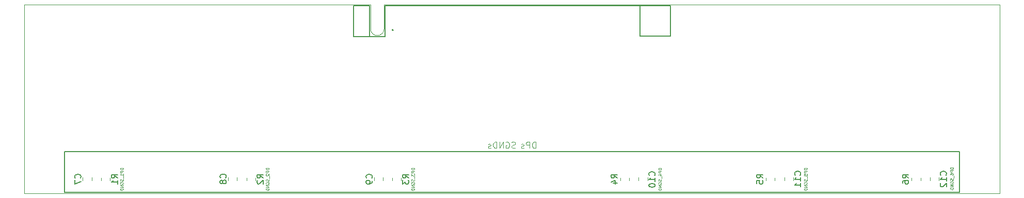
<source format=gbr>
%TF.GenerationSoftware,KiCad,Pcbnew,(7.0.0)*%
%TF.CreationDate,2023-07-13T12:17:45+02:00*%
%TF.ProjectId,RD53B_Quad_6DP_to_ERF8_Data_Adapter,52443533-425f-4517-9561-645f3644505f,V1*%
%TF.SameCoordinates,PX1767f18PY451e560*%
%TF.FileFunction,Legend,Bot*%
%TF.FilePolarity,Positive*%
%FSLAX46Y46*%
G04 Gerber Fmt 4.6, Leading zero omitted, Abs format (unit mm)*
G04 Created by KiCad (PCBNEW (7.0.0)) date 2023-07-13 12:17:45*
%MOMM*%
%LPD*%
G01*
G04 APERTURE LIST*
%ADD10C,0.150000*%
%ADD11C,0.125000*%
%ADD12C,0.200000*%
%ADD13C,0.120000*%
%TA.AperFunction,Profile*%
%ADD14C,0.010000*%
%TD*%
G04 APERTURE END LIST*
D10*
X6594000Y6883000D02*
X153369000Y6883000D01*
X153369000Y6883000D02*
X153369000Y165000D01*
X153369000Y165000D02*
X6594000Y165000D01*
X6594000Y165000D02*
X6594000Y6883000D01*
D11*
X152371690Y4254524D02*
X151871690Y4254524D01*
X151871690Y4254524D02*
X151871690Y4135476D01*
X151871690Y4135476D02*
X151895500Y4064048D01*
X151895500Y4064048D02*
X151943119Y4016429D01*
X151943119Y4016429D02*
X151990738Y3992619D01*
X151990738Y3992619D02*
X152085976Y3968810D01*
X152085976Y3968810D02*
X152157404Y3968810D01*
X152157404Y3968810D02*
X152252642Y3992619D01*
X152252642Y3992619D02*
X152300261Y4016429D01*
X152300261Y4016429D02*
X152347880Y4064048D01*
X152347880Y4064048D02*
X152371690Y4135476D01*
X152371690Y4135476D02*
X152371690Y4254524D01*
X152371690Y3754524D02*
X151871690Y3754524D01*
X151871690Y3754524D02*
X151871690Y3564048D01*
X151871690Y3564048D02*
X151895500Y3516429D01*
X151895500Y3516429D02*
X151919309Y3492619D01*
X151919309Y3492619D02*
X151966928Y3468810D01*
X151966928Y3468810D02*
X152038357Y3468810D01*
X152038357Y3468810D02*
X152085976Y3492619D01*
X152085976Y3492619D02*
X152109785Y3516429D01*
X152109785Y3516429D02*
X152133595Y3564048D01*
X152133595Y3564048D02*
X152133595Y3754524D01*
X151871690Y3040238D02*
X151871690Y3135476D01*
X151871690Y3135476D02*
X151895500Y3183095D01*
X151895500Y3183095D02*
X151919309Y3206905D01*
X151919309Y3206905D02*
X151990738Y3254524D01*
X151990738Y3254524D02*
X152085976Y3278333D01*
X152085976Y3278333D02*
X152276452Y3278333D01*
X152276452Y3278333D02*
X152324071Y3254524D01*
X152324071Y3254524D02*
X152347880Y3230714D01*
X152347880Y3230714D02*
X152371690Y3183095D01*
X152371690Y3183095D02*
X152371690Y3087857D01*
X152371690Y3087857D02*
X152347880Y3040238D01*
X152347880Y3040238D02*
X152324071Y3016429D01*
X152324071Y3016429D02*
X152276452Y2992619D01*
X152276452Y2992619D02*
X152157404Y2992619D01*
X152157404Y2992619D02*
X152109785Y3016429D01*
X152109785Y3016429D02*
X152085976Y3040238D01*
X152085976Y3040238D02*
X152062166Y3087857D01*
X152062166Y3087857D02*
X152062166Y3183095D01*
X152062166Y3183095D02*
X152085976Y3230714D01*
X152085976Y3230714D02*
X152109785Y3254524D01*
X152109785Y3254524D02*
X152157404Y3278333D01*
X152419309Y2897381D02*
X152419309Y2516429D01*
X152347880Y2421191D02*
X152371690Y2349763D01*
X152371690Y2349763D02*
X152371690Y2230715D01*
X152371690Y2230715D02*
X152347880Y2183096D01*
X152347880Y2183096D02*
X152324071Y2159287D01*
X152324071Y2159287D02*
X152276452Y2135477D01*
X152276452Y2135477D02*
X152228833Y2135477D01*
X152228833Y2135477D02*
X152181214Y2159287D01*
X152181214Y2159287D02*
X152157404Y2183096D01*
X152157404Y2183096D02*
X152133595Y2230715D01*
X152133595Y2230715D02*
X152109785Y2325953D01*
X152109785Y2325953D02*
X152085976Y2373572D01*
X152085976Y2373572D02*
X152062166Y2397382D01*
X152062166Y2397382D02*
X152014547Y2421191D01*
X152014547Y2421191D02*
X151966928Y2421191D01*
X151966928Y2421191D02*
X151919309Y2397382D01*
X151919309Y2397382D02*
X151895500Y2373572D01*
X151895500Y2373572D02*
X151871690Y2325953D01*
X151871690Y2325953D02*
X151871690Y2206906D01*
X151871690Y2206906D02*
X151895500Y2135477D01*
X151895500Y1659287D02*
X151871690Y1706906D01*
X151871690Y1706906D02*
X151871690Y1778335D01*
X151871690Y1778335D02*
X151895500Y1849763D01*
X151895500Y1849763D02*
X151943119Y1897382D01*
X151943119Y1897382D02*
X151990738Y1921192D01*
X151990738Y1921192D02*
X152085976Y1945001D01*
X152085976Y1945001D02*
X152157404Y1945001D01*
X152157404Y1945001D02*
X152252642Y1921192D01*
X152252642Y1921192D02*
X152300261Y1897382D01*
X152300261Y1897382D02*
X152347880Y1849763D01*
X152347880Y1849763D02*
X152371690Y1778335D01*
X152371690Y1778335D02*
X152371690Y1730716D01*
X152371690Y1730716D02*
X152347880Y1659287D01*
X152347880Y1659287D02*
X152324071Y1635478D01*
X152324071Y1635478D02*
X152157404Y1635478D01*
X152157404Y1635478D02*
X152157404Y1730716D01*
X152371690Y1421192D02*
X151871690Y1421192D01*
X151871690Y1421192D02*
X152371690Y1135478D01*
X152371690Y1135478D02*
X151871690Y1135478D01*
X152371690Y897382D02*
X151871690Y897382D01*
X151871690Y897382D02*
X151871690Y778334D01*
X151871690Y778334D02*
X151895500Y706906D01*
X151895500Y706906D02*
X151943119Y659287D01*
X151943119Y659287D02*
X151990738Y635477D01*
X151990738Y635477D02*
X152085976Y611668D01*
X152085976Y611668D02*
X152157404Y611668D01*
X152157404Y611668D02*
X152252642Y635477D01*
X152252642Y635477D02*
X152300261Y659287D01*
X152300261Y659287D02*
X152347880Y706906D01*
X152347880Y706906D02*
X152371690Y778334D01*
X152371690Y778334D02*
X152371690Y897382D01*
X104491690Y4144524D02*
X103991690Y4144524D01*
X103991690Y4144524D02*
X103991690Y4025476D01*
X103991690Y4025476D02*
X104015500Y3954048D01*
X104015500Y3954048D02*
X104063119Y3906429D01*
X104063119Y3906429D02*
X104110738Y3882619D01*
X104110738Y3882619D02*
X104205976Y3858810D01*
X104205976Y3858810D02*
X104277404Y3858810D01*
X104277404Y3858810D02*
X104372642Y3882619D01*
X104372642Y3882619D02*
X104420261Y3906429D01*
X104420261Y3906429D02*
X104467880Y3954048D01*
X104467880Y3954048D02*
X104491690Y4025476D01*
X104491690Y4025476D02*
X104491690Y4144524D01*
X104491690Y3644524D02*
X103991690Y3644524D01*
X103991690Y3644524D02*
X103991690Y3454048D01*
X103991690Y3454048D02*
X104015500Y3406429D01*
X104015500Y3406429D02*
X104039309Y3382619D01*
X104039309Y3382619D02*
X104086928Y3358810D01*
X104086928Y3358810D02*
X104158357Y3358810D01*
X104158357Y3358810D02*
X104205976Y3382619D01*
X104205976Y3382619D02*
X104229785Y3406429D01*
X104229785Y3406429D02*
X104253595Y3454048D01*
X104253595Y3454048D02*
X104253595Y3644524D01*
X104158357Y2930238D02*
X104491690Y2930238D01*
X103967880Y3049286D02*
X104325023Y3168333D01*
X104325023Y3168333D02*
X104325023Y2858810D01*
X104539309Y2787381D02*
X104539309Y2406429D01*
X104467880Y2311191D02*
X104491690Y2239763D01*
X104491690Y2239763D02*
X104491690Y2120715D01*
X104491690Y2120715D02*
X104467880Y2073096D01*
X104467880Y2073096D02*
X104444071Y2049287D01*
X104444071Y2049287D02*
X104396452Y2025477D01*
X104396452Y2025477D02*
X104348833Y2025477D01*
X104348833Y2025477D02*
X104301214Y2049287D01*
X104301214Y2049287D02*
X104277404Y2073096D01*
X104277404Y2073096D02*
X104253595Y2120715D01*
X104253595Y2120715D02*
X104229785Y2215953D01*
X104229785Y2215953D02*
X104205976Y2263572D01*
X104205976Y2263572D02*
X104182166Y2287382D01*
X104182166Y2287382D02*
X104134547Y2311191D01*
X104134547Y2311191D02*
X104086928Y2311191D01*
X104086928Y2311191D02*
X104039309Y2287382D01*
X104039309Y2287382D02*
X104015500Y2263572D01*
X104015500Y2263572D02*
X103991690Y2215953D01*
X103991690Y2215953D02*
X103991690Y2096906D01*
X103991690Y2096906D02*
X104015500Y2025477D01*
X104015500Y1549287D02*
X103991690Y1596906D01*
X103991690Y1596906D02*
X103991690Y1668335D01*
X103991690Y1668335D02*
X104015500Y1739763D01*
X104015500Y1739763D02*
X104063119Y1787382D01*
X104063119Y1787382D02*
X104110738Y1811192D01*
X104110738Y1811192D02*
X104205976Y1835001D01*
X104205976Y1835001D02*
X104277404Y1835001D01*
X104277404Y1835001D02*
X104372642Y1811192D01*
X104372642Y1811192D02*
X104420261Y1787382D01*
X104420261Y1787382D02*
X104467880Y1739763D01*
X104467880Y1739763D02*
X104491690Y1668335D01*
X104491690Y1668335D02*
X104491690Y1620716D01*
X104491690Y1620716D02*
X104467880Y1549287D01*
X104467880Y1549287D02*
X104444071Y1525478D01*
X104444071Y1525478D02*
X104277404Y1525478D01*
X104277404Y1525478D02*
X104277404Y1620716D01*
X104491690Y1311192D02*
X103991690Y1311192D01*
X103991690Y1311192D02*
X104491690Y1025478D01*
X104491690Y1025478D02*
X103991690Y1025478D01*
X104491690Y787382D02*
X103991690Y787382D01*
X103991690Y787382D02*
X103991690Y668334D01*
X103991690Y668334D02*
X104015500Y596906D01*
X104015500Y596906D02*
X104063119Y549287D01*
X104063119Y549287D02*
X104110738Y525477D01*
X104110738Y525477D02*
X104205976Y501668D01*
X104205976Y501668D02*
X104277404Y501668D01*
X104277404Y501668D02*
X104372642Y525477D01*
X104372642Y525477D02*
X104420261Y549287D01*
X104420261Y549287D02*
X104467880Y596906D01*
X104467880Y596906D02*
X104491690Y668334D01*
X104491690Y668334D02*
X104491690Y787382D01*
X40131690Y4144524D02*
X39631690Y4144524D01*
X39631690Y4144524D02*
X39631690Y4025476D01*
X39631690Y4025476D02*
X39655500Y3954048D01*
X39655500Y3954048D02*
X39703119Y3906429D01*
X39703119Y3906429D02*
X39750738Y3882619D01*
X39750738Y3882619D02*
X39845976Y3858810D01*
X39845976Y3858810D02*
X39917404Y3858810D01*
X39917404Y3858810D02*
X40012642Y3882619D01*
X40012642Y3882619D02*
X40060261Y3906429D01*
X40060261Y3906429D02*
X40107880Y3954048D01*
X40107880Y3954048D02*
X40131690Y4025476D01*
X40131690Y4025476D02*
X40131690Y4144524D01*
X40131690Y3644524D02*
X39631690Y3644524D01*
X39631690Y3644524D02*
X39631690Y3454048D01*
X39631690Y3454048D02*
X39655500Y3406429D01*
X39655500Y3406429D02*
X39679309Y3382619D01*
X39679309Y3382619D02*
X39726928Y3358810D01*
X39726928Y3358810D02*
X39798357Y3358810D01*
X39798357Y3358810D02*
X39845976Y3382619D01*
X39845976Y3382619D02*
X39869785Y3406429D01*
X39869785Y3406429D02*
X39893595Y3454048D01*
X39893595Y3454048D02*
X39893595Y3644524D01*
X39679309Y3168333D02*
X39655500Y3144524D01*
X39655500Y3144524D02*
X39631690Y3096905D01*
X39631690Y3096905D02*
X39631690Y2977857D01*
X39631690Y2977857D02*
X39655500Y2930238D01*
X39655500Y2930238D02*
X39679309Y2906429D01*
X39679309Y2906429D02*
X39726928Y2882619D01*
X39726928Y2882619D02*
X39774547Y2882619D01*
X39774547Y2882619D02*
X39845976Y2906429D01*
X39845976Y2906429D02*
X40131690Y3192143D01*
X40131690Y3192143D02*
X40131690Y2882619D01*
X40179309Y2787381D02*
X40179309Y2406429D01*
X40107880Y2311191D02*
X40131690Y2239763D01*
X40131690Y2239763D02*
X40131690Y2120715D01*
X40131690Y2120715D02*
X40107880Y2073096D01*
X40107880Y2073096D02*
X40084071Y2049287D01*
X40084071Y2049287D02*
X40036452Y2025477D01*
X40036452Y2025477D02*
X39988833Y2025477D01*
X39988833Y2025477D02*
X39941214Y2049287D01*
X39941214Y2049287D02*
X39917404Y2073096D01*
X39917404Y2073096D02*
X39893595Y2120715D01*
X39893595Y2120715D02*
X39869785Y2215953D01*
X39869785Y2215953D02*
X39845976Y2263572D01*
X39845976Y2263572D02*
X39822166Y2287382D01*
X39822166Y2287382D02*
X39774547Y2311191D01*
X39774547Y2311191D02*
X39726928Y2311191D01*
X39726928Y2311191D02*
X39679309Y2287382D01*
X39679309Y2287382D02*
X39655500Y2263572D01*
X39655500Y2263572D02*
X39631690Y2215953D01*
X39631690Y2215953D02*
X39631690Y2096906D01*
X39631690Y2096906D02*
X39655500Y2025477D01*
X39655500Y1549287D02*
X39631690Y1596906D01*
X39631690Y1596906D02*
X39631690Y1668335D01*
X39631690Y1668335D02*
X39655500Y1739763D01*
X39655500Y1739763D02*
X39703119Y1787382D01*
X39703119Y1787382D02*
X39750738Y1811192D01*
X39750738Y1811192D02*
X39845976Y1835001D01*
X39845976Y1835001D02*
X39917404Y1835001D01*
X39917404Y1835001D02*
X40012642Y1811192D01*
X40012642Y1811192D02*
X40060261Y1787382D01*
X40060261Y1787382D02*
X40107880Y1739763D01*
X40107880Y1739763D02*
X40131690Y1668335D01*
X40131690Y1668335D02*
X40131690Y1620716D01*
X40131690Y1620716D02*
X40107880Y1549287D01*
X40107880Y1549287D02*
X40084071Y1525478D01*
X40084071Y1525478D02*
X39917404Y1525478D01*
X39917404Y1525478D02*
X39917404Y1620716D01*
X40131690Y1311192D02*
X39631690Y1311192D01*
X39631690Y1311192D02*
X40131690Y1025478D01*
X40131690Y1025478D02*
X39631690Y1025478D01*
X40131690Y787382D02*
X39631690Y787382D01*
X39631690Y787382D02*
X39631690Y668334D01*
X39631690Y668334D02*
X39655500Y596906D01*
X39655500Y596906D02*
X39703119Y549287D01*
X39703119Y549287D02*
X39750738Y525477D01*
X39750738Y525477D02*
X39845976Y501668D01*
X39845976Y501668D02*
X39917404Y501668D01*
X39917404Y501668D02*
X40012642Y525477D01*
X40012642Y525477D02*
X40060261Y549287D01*
X40060261Y549287D02*
X40107880Y596906D01*
X40107880Y596906D02*
X40131690Y668334D01*
X40131690Y668334D02*
X40131690Y787382D01*
X83869428Y7427620D02*
X83869428Y8427620D01*
X83869428Y8427620D02*
X83631333Y8427620D01*
X83631333Y8427620D02*
X83488476Y8380000D01*
X83488476Y8380000D02*
X83393238Y8284762D01*
X83393238Y8284762D02*
X83345619Y8189524D01*
X83345619Y8189524D02*
X83298000Y7999048D01*
X83298000Y7999048D02*
X83298000Y7856191D01*
X83298000Y7856191D02*
X83345619Y7665715D01*
X83345619Y7665715D02*
X83393238Y7570477D01*
X83393238Y7570477D02*
X83488476Y7475239D01*
X83488476Y7475239D02*
X83631333Y7427620D01*
X83631333Y7427620D02*
X83869428Y7427620D01*
X82869428Y7427620D02*
X82869428Y8427620D01*
X82869428Y8427620D02*
X82488476Y8427620D01*
X82488476Y8427620D02*
X82393238Y8380000D01*
X82393238Y8380000D02*
X82345619Y8332381D01*
X82345619Y8332381D02*
X82298000Y8237143D01*
X82298000Y8237143D02*
X82298000Y8094286D01*
X82298000Y8094286D02*
X82345619Y7999048D01*
X82345619Y7999048D02*
X82393238Y7951429D01*
X82393238Y7951429D02*
X82488476Y7903810D01*
X82488476Y7903810D02*
X82869428Y7903810D01*
X81917047Y7475239D02*
X81821809Y7427620D01*
X81821809Y7427620D02*
X81631333Y7427620D01*
X81631333Y7427620D02*
X81536095Y7475239D01*
X81536095Y7475239D02*
X81488476Y7570477D01*
X81488476Y7570477D02*
X81488476Y7618096D01*
X81488476Y7618096D02*
X81536095Y7713334D01*
X81536095Y7713334D02*
X81631333Y7760953D01*
X81631333Y7760953D02*
X81774190Y7760953D01*
X81774190Y7760953D02*
X81869428Y7808572D01*
X81869428Y7808572D02*
X81917047Y7903810D01*
X81917047Y7903810D02*
X81917047Y7951429D01*
X81917047Y7951429D02*
X81869428Y8046667D01*
X81869428Y8046667D02*
X81774190Y8094286D01*
X81774190Y8094286D02*
X81631333Y8094286D01*
X81631333Y8094286D02*
X81536095Y8046667D01*
X80507523Y7475239D02*
X80364666Y7427620D01*
X80364666Y7427620D02*
X80126571Y7427620D01*
X80126571Y7427620D02*
X80031333Y7475239D01*
X80031333Y7475239D02*
X79983714Y7522858D01*
X79983714Y7522858D02*
X79936095Y7618096D01*
X79936095Y7618096D02*
X79936095Y7713334D01*
X79936095Y7713334D02*
X79983714Y7808572D01*
X79983714Y7808572D02*
X80031333Y7856191D01*
X80031333Y7856191D02*
X80126571Y7903810D01*
X80126571Y7903810D02*
X80317047Y7951429D01*
X80317047Y7951429D02*
X80412285Y7999048D01*
X80412285Y7999048D02*
X80459904Y8046667D01*
X80459904Y8046667D02*
X80507523Y8141905D01*
X80507523Y8141905D02*
X80507523Y8237143D01*
X80507523Y8237143D02*
X80459904Y8332381D01*
X80459904Y8332381D02*
X80412285Y8380000D01*
X80412285Y8380000D02*
X80317047Y8427620D01*
X80317047Y8427620D02*
X80078952Y8427620D01*
X80078952Y8427620D02*
X79936095Y8380000D01*
X78983714Y8380000D02*
X79078952Y8427620D01*
X79078952Y8427620D02*
X79221809Y8427620D01*
X79221809Y8427620D02*
X79364666Y8380000D01*
X79364666Y8380000D02*
X79459904Y8284762D01*
X79459904Y8284762D02*
X79507523Y8189524D01*
X79507523Y8189524D02*
X79555142Y7999048D01*
X79555142Y7999048D02*
X79555142Y7856191D01*
X79555142Y7856191D02*
X79507523Y7665715D01*
X79507523Y7665715D02*
X79459904Y7570477D01*
X79459904Y7570477D02*
X79364666Y7475239D01*
X79364666Y7475239D02*
X79221809Y7427620D01*
X79221809Y7427620D02*
X79126571Y7427620D01*
X79126571Y7427620D02*
X78983714Y7475239D01*
X78983714Y7475239D02*
X78936095Y7522858D01*
X78936095Y7522858D02*
X78936095Y7856191D01*
X78936095Y7856191D02*
X79126571Y7856191D01*
X78507523Y7427620D02*
X78507523Y8427620D01*
X78507523Y8427620D02*
X77936095Y7427620D01*
X77936095Y7427620D02*
X77936095Y8427620D01*
X77459904Y7427620D02*
X77459904Y8427620D01*
X77459904Y8427620D02*
X77221809Y8427620D01*
X77221809Y8427620D02*
X77078952Y8380000D01*
X77078952Y8380000D02*
X76983714Y8284762D01*
X76983714Y8284762D02*
X76936095Y8189524D01*
X76936095Y8189524D02*
X76888476Y7999048D01*
X76888476Y7999048D02*
X76888476Y7856191D01*
X76888476Y7856191D02*
X76936095Y7665715D01*
X76936095Y7665715D02*
X76983714Y7570477D01*
X76983714Y7570477D02*
X77078952Y7475239D01*
X77078952Y7475239D02*
X77221809Y7427620D01*
X77221809Y7427620D02*
X77459904Y7427620D01*
X76507523Y7475239D02*
X76412285Y7427620D01*
X76412285Y7427620D02*
X76221809Y7427620D01*
X76221809Y7427620D02*
X76126571Y7475239D01*
X76126571Y7475239D02*
X76078952Y7570477D01*
X76078952Y7570477D02*
X76078952Y7618096D01*
X76078952Y7618096D02*
X76126571Y7713334D01*
X76126571Y7713334D02*
X76221809Y7760953D01*
X76221809Y7760953D02*
X76364666Y7760953D01*
X76364666Y7760953D02*
X76459904Y7808572D01*
X76459904Y7808572D02*
X76507523Y7903810D01*
X76507523Y7903810D02*
X76507523Y7951429D01*
X76507523Y7951429D02*
X76459904Y8046667D01*
X76459904Y8046667D02*
X76364666Y8094286D01*
X76364666Y8094286D02*
X76221809Y8094286D01*
X76221809Y8094286D02*
X76126571Y8046667D01*
X63961690Y4144524D02*
X63461690Y4144524D01*
X63461690Y4144524D02*
X63461690Y4025476D01*
X63461690Y4025476D02*
X63485500Y3954048D01*
X63485500Y3954048D02*
X63533119Y3906429D01*
X63533119Y3906429D02*
X63580738Y3882619D01*
X63580738Y3882619D02*
X63675976Y3858810D01*
X63675976Y3858810D02*
X63747404Y3858810D01*
X63747404Y3858810D02*
X63842642Y3882619D01*
X63842642Y3882619D02*
X63890261Y3906429D01*
X63890261Y3906429D02*
X63937880Y3954048D01*
X63937880Y3954048D02*
X63961690Y4025476D01*
X63961690Y4025476D02*
X63961690Y4144524D01*
X63961690Y3644524D02*
X63461690Y3644524D01*
X63461690Y3644524D02*
X63461690Y3454048D01*
X63461690Y3454048D02*
X63485500Y3406429D01*
X63485500Y3406429D02*
X63509309Y3382619D01*
X63509309Y3382619D02*
X63556928Y3358810D01*
X63556928Y3358810D02*
X63628357Y3358810D01*
X63628357Y3358810D02*
X63675976Y3382619D01*
X63675976Y3382619D02*
X63699785Y3406429D01*
X63699785Y3406429D02*
X63723595Y3454048D01*
X63723595Y3454048D02*
X63723595Y3644524D01*
X63461690Y3192143D02*
X63461690Y2882619D01*
X63461690Y2882619D02*
X63652166Y3049286D01*
X63652166Y3049286D02*
X63652166Y2977857D01*
X63652166Y2977857D02*
X63675976Y2930238D01*
X63675976Y2930238D02*
X63699785Y2906429D01*
X63699785Y2906429D02*
X63747404Y2882619D01*
X63747404Y2882619D02*
X63866452Y2882619D01*
X63866452Y2882619D02*
X63914071Y2906429D01*
X63914071Y2906429D02*
X63937880Y2930238D01*
X63937880Y2930238D02*
X63961690Y2977857D01*
X63961690Y2977857D02*
X63961690Y3120714D01*
X63961690Y3120714D02*
X63937880Y3168333D01*
X63937880Y3168333D02*
X63914071Y3192143D01*
X64009309Y2787381D02*
X64009309Y2406429D01*
X63937880Y2311191D02*
X63961690Y2239763D01*
X63961690Y2239763D02*
X63961690Y2120715D01*
X63961690Y2120715D02*
X63937880Y2073096D01*
X63937880Y2073096D02*
X63914071Y2049287D01*
X63914071Y2049287D02*
X63866452Y2025477D01*
X63866452Y2025477D02*
X63818833Y2025477D01*
X63818833Y2025477D02*
X63771214Y2049287D01*
X63771214Y2049287D02*
X63747404Y2073096D01*
X63747404Y2073096D02*
X63723595Y2120715D01*
X63723595Y2120715D02*
X63699785Y2215953D01*
X63699785Y2215953D02*
X63675976Y2263572D01*
X63675976Y2263572D02*
X63652166Y2287382D01*
X63652166Y2287382D02*
X63604547Y2311191D01*
X63604547Y2311191D02*
X63556928Y2311191D01*
X63556928Y2311191D02*
X63509309Y2287382D01*
X63509309Y2287382D02*
X63485500Y2263572D01*
X63485500Y2263572D02*
X63461690Y2215953D01*
X63461690Y2215953D02*
X63461690Y2096906D01*
X63461690Y2096906D02*
X63485500Y2025477D01*
X63485500Y1549287D02*
X63461690Y1596906D01*
X63461690Y1596906D02*
X63461690Y1668335D01*
X63461690Y1668335D02*
X63485500Y1739763D01*
X63485500Y1739763D02*
X63533119Y1787382D01*
X63533119Y1787382D02*
X63580738Y1811192D01*
X63580738Y1811192D02*
X63675976Y1835001D01*
X63675976Y1835001D02*
X63747404Y1835001D01*
X63747404Y1835001D02*
X63842642Y1811192D01*
X63842642Y1811192D02*
X63890261Y1787382D01*
X63890261Y1787382D02*
X63937880Y1739763D01*
X63937880Y1739763D02*
X63961690Y1668335D01*
X63961690Y1668335D02*
X63961690Y1620716D01*
X63961690Y1620716D02*
X63937880Y1549287D01*
X63937880Y1549287D02*
X63914071Y1525478D01*
X63914071Y1525478D02*
X63747404Y1525478D01*
X63747404Y1525478D02*
X63747404Y1620716D01*
X63961690Y1311192D02*
X63461690Y1311192D01*
X63461690Y1311192D02*
X63961690Y1025478D01*
X63961690Y1025478D02*
X63461690Y1025478D01*
X63961690Y787382D02*
X63461690Y787382D01*
X63461690Y787382D02*
X63461690Y668334D01*
X63461690Y668334D02*
X63485500Y596906D01*
X63485500Y596906D02*
X63533119Y549287D01*
X63533119Y549287D02*
X63580738Y525477D01*
X63580738Y525477D02*
X63675976Y501668D01*
X63675976Y501668D02*
X63747404Y501668D01*
X63747404Y501668D02*
X63842642Y525477D01*
X63842642Y525477D02*
X63890261Y549287D01*
X63890261Y549287D02*
X63937880Y596906D01*
X63937880Y596906D02*
X63961690Y668334D01*
X63961690Y668334D02*
X63961690Y787382D01*
X16201690Y4144524D02*
X15701690Y4144524D01*
X15701690Y4144524D02*
X15701690Y4025476D01*
X15701690Y4025476D02*
X15725500Y3954048D01*
X15725500Y3954048D02*
X15773119Y3906429D01*
X15773119Y3906429D02*
X15820738Y3882619D01*
X15820738Y3882619D02*
X15915976Y3858810D01*
X15915976Y3858810D02*
X15987404Y3858810D01*
X15987404Y3858810D02*
X16082642Y3882619D01*
X16082642Y3882619D02*
X16130261Y3906429D01*
X16130261Y3906429D02*
X16177880Y3954048D01*
X16177880Y3954048D02*
X16201690Y4025476D01*
X16201690Y4025476D02*
X16201690Y4144524D01*
X16201690Y3644524D02*
X15701690Y3644524D01*
X15701690Y3644524D02*
X15701690Y3454048D01*
X15701690Y3454048D02*
X15725500Y3406429D01*
X15725500Y3406429D02*
X15749309Y3382619D01*
X15749309Y3382619D02*
X15796928Y3358810D01*
X15796928Y3358810D02*
X15868357Y3358810D01*
X15868357Y3358810D02*
X15915976Y3382619D01*
X15915976Y3382619D02*
X15939785Y3406429D01*
X15939785Y3406429D02*
X15963595Y3454048D01*
X15963595Y3454048D02*
X15963595Y3644524D01*
X16201690Y2882619D02*
X16201690Y3168333D01*
X16201690Y3025476D02*
X15701690Y3025476D01*
X15701690Y3025476D02*
X15773119Y3073095D01*
X15773119Y3073095D02*
X15820738Y3120714D01*
X15820738Y3120714D02*
X15844547Y3168333D01*
X16249309Y2787381D02*
X16249309Y2406429D01*
X16177880Y2311191D02*
X16201690Y2239763D01*
X16201690Y2239763D02*
X16201690Y2120715D01*
X16201690Y2120715D02*
X16177880Y2073096D01*
X16177880Y2073096D02*
X16154071Y2049287D01*
X16154071Y2049287D02*
X16106452Y2025477D01*
X16106452Y2025477D02*
X16058833Y2025477D01*
X16058833Y2025477D02*
X16011214Y2049287D01*
X16011214Y2049287D02*
X15987404Y2073096D01*
X15987404Y2073096D02*
X15963595Y2120715D01*
X15963595Y2120715D02*
X15939785Y2215953D01*
X15939785Y2215953D02*
X15915976Y2263572D01*
X15915976Y2263572D02*
X15892166Y2287382D01*
X15892166Y2287382D02*
X15844547Y2311191D01*
X15844547Y2311191D02*
X15796928Y2311191D01*
X15796928Y2311191D02*
X15749309Y2287382D01*
X15749309Y2287382D02*
X15725500Y2263572D01*
X15725500Y2263572D02*
X15701690Y2215953D01*
X15701690Y2215953D02*
X15701690Y2096906D01*
X15701690Y2096906D02*
X15725500Y2025477D01*
X15725500Y1549287D02*
X15701690Y1596906D01*
X15701690Y1596906D02*
X15701690Y1668335D01*
X15701690Y1668335D02*
X15725500Y1739763D01*
X15725500Y1739763D02*
X15773119Y1787382D01*
X15773119Y1787382D02*
X15820738Y1811192D01*
X15820738Y1811192D02*
X15915976Y1835001D01*
X15915976Y1835001D02*
X15987404Y1835001D01*
X15987404Y1835001D02*
X16082642Y1811192D01*
X16082642Y1811192D02*
X16130261Y1787382D01*
X16130261Y1787382D02*
X16177880Y1739763D01*
X16177880Y1739763D02*
X16201690Y1668335D01*
X16201690Y1668335D02*
X16201690Y1620716D01*
X16201690Y1620716D02*
X16177880Y1549287D01*
X16177880Y1549287D02*
X16154071Y1525478D01*
X16154071Y1525478D02*
X15987404Y1525478D01*
X15987404Y1525478D02*
X15987404Y1620716D01*
X16201690Y1311192D02*
X15701690Y1311192D01*
X15701690Y1311192D02*
X16201690Y1025478D01*
X16201690Y1025478D02*
X15701690Y1025478D01*
X16201690Y787382D02*
X15701690Y787382D01*
X15701690Y787382D02*
X15701690Y668334D01*
X15701690Y668334D02*
X15725500Y596906D01*
X15725500Y596906D02*
X15773119Y549287D01*
X15773119Y549287D02*
X15820738Y525477D01*
X15820738Y525477D02*
X15915976Y501668D01*
X15915976Y501668D02*
X15987404Y501668D01*
X15987404Y501668D02*
X16082642Y525477D01*
X16082642Y525477D02*
X16130261Y549287D01*
X16130261Y549287D02*
X16177880Y596906D01*
X16177880Y596906D02*
X16201690Y668334D01*
X16201690Y668334D02*
X16201690Y787382D01*
X128371690Y4144523D02*
X127871690Y4144523D01*
X127871690Y4144523D02*
X127871690Y4025475D01*
X127871690Y4025475D02*
X127895500Y3954047D01*
X127895500Y3954047D02*
X127943119Y3906428D01*
X127943119Y3906428D02*
X127990738Y3882618D01*
X127990738Y3882618D02*
X128085976Y3858809D01*
X128085976Y3858809D02*
X128157404Y3858809D01*
X128157404Y3858809D02*
X128252642Y3882618D01*
X128252642Y3882618D02*
X128300261Y3906428D01*
X128300261Y3906428D02*
X128347880Y3954047D01*
X128347880Y3954047D02*
X128371690Y4025475D01*
X128371690Y4025475D02*
X128371690Y4144523D01*
X128371690Y3644523D02*
X127871690Y3644523D01*
X127871690Y3644523D02*
X127871690Y3454047D01*
X127871690Y3454047D02*
X127895500Y3406428D01*
X127895500Y3406428D02*
X127919309Y3382618D01*
X127919309Y3382618D02*
X127966928Y3358809D01*
X127966928Y3358809D02*
X128038357Y3358809D01*
X128038357Y3358809D02*
X128085976Y3382618D01*
X128085976Y3382618D02*
X128109785Y3406428D01*
X128109785Y3406428D02*
X128133595Y3454047D01*
X128133595Y3454047D02*
X128133595Y3644523D01*
X127871690Y2906428D02*
X127871690Y3144523D01*
X127871690Y3144523D02*
X128109785Y3168332D01*
X128109785Y3168332D02*
X128085976Y3144523D01*
X128085976Y3144523D02*
X128062166Y3096904D01*
X128062166Y3096904D02*
X128062166Y2977856D01*
X128062166Y2977856D02*
X128085976Y2930237D01*
X128085976Y2930237D02*
X128109785Y2906428D01*
X128109785Y2906428D02*
X128157404Y2882618D01*
X128157404Y2882618D02*
X128276452Y2882618D01*
X128276452Y2882618D02*
X128324071Y2906428D01*
X128324071Y2906428D02*
X128347880Y2930237D01*
X128347880Y2930237D02*
X128371690Y2977856D01*
X128371690Y2977856D02*
X128371690Y3096904D01*
X128371690Y3096904D02*
X128347880Y3144523D01*
X128347880Y3144523D02*
X128324071Y3168332D01*
X128419309Y2787380D02*
X128419309Y2406428D01*
X128347880Y2311190D02*
X128371690Y2239762D01*
X128371690Y2239762D02*
X128371690Y2120714D01*
X128371690Y2120714D02*
X128347880Y2073095D01*
X128347880Y2073095D02*
X128324071Y2049286D01*
X128324071Y2049286D02*
X128276452Y2025476D01*
X128276452Y2025476D02*
X128228833Y2025476D01*
X128228833Y2025476D02*
X128181214Y2049286D01*
X128181214Y2049286D02*
X128157404Y2073095D01*
X128157404Y2073095D02*
X128133595Y2120714D01*
X128133595Y2120714D02*
X128109785Y2215952D01*
X128109785Y2215952D02*
X128085976Y2263571D01*
X128085976Y2263571D02*
X128062166Y2287381D01*
X128062166Y2287381D02*
X128014547Y2311190D01*
X128014547Y2311190D02*
X127966928Y2311190D01*
X127966928Y2311190D02*
X127919309Y2287381D01*
X127919309Y2287381D02*
X127895500Y2263571D01*
X127895500Y2263571D02*
X127871690Y2215952D01*
X127871690Y2215952D02*
X127871690Y2096905D01*
X127871690Y2096905D02*
X127895500Y2025476D01*
X127895500Y1549286D02*
X127871690Y1596905D01*
X127871690Y1596905D02*
X127871690Y1668334D01*
X127871690Y1668334D02*
X127895500Y1739762D01*
X127895500Y1739762D02*
X127943119Y1787381D01*
X127943119Y1787381D02*
X127990738Y1811191D01*
X127990738Y1811191D02*
X128085976Y1835000D01*
X128085976Y1835000D02*
X128157404Y1835000D01*
X128157404Y1835000D02*
X128252642Y1811191D01*
X128252642Y1811191D02*
X128300261Y1787381D01*
X128300261Y1787381D02*
X128347880Y1739762D01*
X128347880Y1739762D02*
X128371690Y1668334D01*
X128371690Y1668334D02*
X128371690Y1620715D01*
X128371690Y1620715D02*
X128347880Y1549286D01*
X128347880Y1549286D02*
X128324071Y1525477D01*
X128324071Y1525477D02*
X128157404Y1525477D01*
X128157404Y1525477D02*
X128157404Y1620715D01*
X128371690Y1311191D02*
X127871690Y1311191D01*
X127871690Y1311191D02*
X128371690Y1025477D01*
X128371690Y1025477D02*
X127871690Y1025477D01*
X128371690Y787381D02*
X127871690Y787381D01*
X127871690Y787381D02*
X127871690Y668333D01*
X127871690Y668333D02*
X127895500Y596905D01*
X127895500Y596905D02*
X127943119Y549286D01*
X127943119Y549286D02*
X127990738Y525476D01*
X127990738Y525476D02*
X128085976Y501667D01*
X128085976Y501667D02*
X128157404Y501667D01*
X128157404Y501667D02*
X128252642Y525476D01*
X128252642Y525476D02*
X128300261Y549286D01*
X128300261Y549286D02*
X128347880Y596905D01*
X128347880Y596905D02*
X128371690Y668333D01*
X128371690Y668333D02*
X128371690Y787381D01*
D10*
%TO.C,C12*%
X151150142Y2977858D02*
X151197761Y3025477D01*
X151197761Y3025477D02*
X151245380Y3168334D01*
X151245380Y3168334D02*
X151245380Y3263572D01*
X151245380Y3263572D02*
X151197761Y3406429D01*
X151197761Y3406429D02*
X151102523Y3501667D01*
X151102523Y3501667D02*
X151007285Y3549286D01*
X151007285Y3549286D02*
X150816809Y3596905D01*
X150816809Y3596905D02*
X150673952Y3596905D01*
X150673952Y3596905D02*
X150483476Y3549286D01*
X150483476Y3549286D02*
X150388238Y3501667D01*
X150388238Y3501667D02*
X150293000Y3406429D01*
X150293000Y3406429D02*
X150245380Y3263572D01*
X150245380Y3263572D02*
X150245380Y3168334D01*
X150245380Y3168334D02*
X150293000Y3025477D01*
X150293000Y3025477D02*
X150340619Y2977858D01*
X151245380Y2025477D02*
X151245380Y2596905D01*
X151245380Y2311191D02*
X150245380Y2311191D01*
X150245380Y2311191D02*
X150388238Y2406429D01*
X150388238Y2406429D02*
X150483476Y2501667D01*
X150483476Y2501667D02*
X150531095Y2596905D01*
X150340619Y1644524D02*
X150293000Y1596905D01*
X150293000Y1596905D02*
X150245380Y1501667D01*
X150245380Y1501667D02*
X150245380Y1263572D01*
X150245380Y1263572D02*
X150293000Y1168334D01*
X150293000Y1168334D02*
X150340619Y1120715D01*
X150340619Y1120715D02*
X150435857Y1073096D01*
X150435857Y1073096D02*
X150531095Y1073096D01*
X150531095Y1073096D02*
X150673952Y1120715D01*
X150673952Y1120715D02*
X151245380Y1692143D01*
X151245380Y1692143D02*
X151245380Y1073096D01*
%TO.C,R3*%
X63051380Y2501667D02*
X62575190Y2835000D01*
X63051380Y3073095D02*
X62051380Y3073095D01*
X62051380Y3073095D02*
X62051380Y2692143D01*
X62051380Y2692143D02*
X62099000Y2596905D01*
X62099000Y2596905D02*
X62146619Y2549286D01*
X62146619Y2549286D02*
X62241857Y2501667D01*
X62241857Y2501667D02*
X62384714Y2501667D01*
X62384714Y2501667D02*
X62479952Y2549286D01*
X62479952Y2549286D02*
X62527571Y2596905D01*
X62527571Y2596905D02*
X62575190Y2692143D01*
X62575190Y2692143D02*
X62575190Y3073095D01*
X62051380Y2168333D02*
X62051380Y1549286D01*
X62051380Y1549286D02*
X62432333Y1882619D01*
X62432333Y1882619D02*
X62432333Y1739762D01*
X62432333Y1739762D02*
X62479952Y1644524D01*
X62479952Y1644524D02*
X62527571Y1596905D01*
X62527571Y1596905D02*
X62622809Y1549286D01*
X62622809Y1549286D02*
X62860904Y1549286D01*
X62860904Y1549286D02*
X62956142Y1596905D01*
X62956142Y1596905D02*
X63003761Y1644524D01*
X63003761Y1644524D02*
X63051380Y1739762D01*
X63051380Y1739762D02*
X63051380Y2025476D01*
X63051380Y2025476D02*
X63003761Y2120714D01*
X63003761Y2120714D02*
X62956142Y2168333D01*
%TO.C,R6*%
X145045380Y2501667D02*
X144569190Y2835000D01*
X145045380Y3073095D02*
X144045380Y3073095D01*
X144045380Y3073095D02*
X144045380Y2692143D01*
X144045380Y2692143D02*
X144093000Y2596905D01*
X144093000Y2596905D02*
X144140619Y2549286D01*
X144140619Y2549286D02*
X144235857Y2501667D01*
X144235857Y2501667D02*
X144378714Y2501667D01*
X144378714Y2501667D02*
X144473952Y2549286D01*
X144473952Y2549286D02*
X144521571Y2596905D01*
X144521571Y2596905D02*
X144569190Y2692143D01*
X144569190Y2692143D02*
X144569190Y3073095D01*
X144045380Y1644524D02*
X144045380Y1835000D01*
X144045380Y1835000D02*
X144093000Y1930238D01*
X144093000Y1930238D02*
X144140619Y1977857D01*
X144140619Y1977857D02*
X144283476Y2073095D01*
X144283476Y2073095D02*
X144473952Y2120714D01*
X144473952Y2120714D02*
X144854904Y2120714D01*
X144854904Y2120714D02*
X144950142Y2073095D01*
X144950142Y2073095D02*
X144997761Y2025476D01*
X144997761Y2025476D02*
X145045380Y1930238D01*
X145045380Y1930238D02*
X145045380Y1739762D01*
X145045380Y1739762D02*
X144997761Y1644524D01*
X144997761Y1644524D02*
X144950142Y1596905D01*
X144950142Y1596905D02*
X144854904Y1549286D01*
X144854904Y1549286D02*
X144616809Y1549286D01*
X144616809Y1549286D02*
X144521571Y1596905D01*
X144521571Y1596905D02*
X144473952Y1644524D01*
X144473952Y1644524D02*
X144426333Y1739762D01*
X144426333Y1739762D02*
X144426333Y1930238D01*
X144426333Y1930238D02*
X144473952Y2025476D01*
X144473952Y2025476D02*
X144521571Y2073095D01*
X144521571Y2073095D02*
X144616809Y2120714D01*
%TO.C,R4*%
X97249380Y2501667D02*
X96773190Y2835000D01*
X97249380Y3073095D02*
X96249380Y3073095D01*
X96249380Y3073095D02*
X96249380Y2692143D01*
X96249380Y2692143D02*
X96297000Y2596905D01*
X96297000Y2596905D02*
X96344619Y2549286D01*
X96344619Y2549286D02*
X96439857Y2501667D01*
X96439857Y2501667D02*
X96582714Y2501667D01*
X96582714Y2501667D02*
X96677952Y2549286D01*
X96677952Y2549286D02*
X96725571Y2596905D01*
X96725571Y2596905D02*
X96773190Y2692143D01*
X96773190Y2692143D02*
X96773190Y3073095D01*
X96582714Y1644524D02*
X97249380Y1644524D01*
X96201761Y1882619D02*
X96916047Y2120714D01*
X96916047Y2120714D02*
X96916047Y1501667D01*
%TO.C,R2*%
X39151380Y2501667D02*
X38675190Y2835000D01*
X39151380Y3073095D02*
X38151380Y3073095D01*
X38151380Y3073095D02*
X38151380Y2692143D01*
X38151380Y2692143D02*
X38199000Y2596905D01*
X38199000Y2596905D02*
X38246619Y2549286D01*
X38246619Y2549286D02*
X38341857Y2501667D01*
X38341857Y2501667D02*
X38484714Y2501667D01*
X38484714Y2501667D02*
X38579952Y2549286D01*
X38579952Y2549286D02*
X38627571Y2596905D01*
X38627571Y2596905D02*
X38675190Y2692143D01*
X38675190Y2692143D02*
X38675190Y3073095D01*
X38246619Y2120714D02*
X38199000Y2073095D01*
X38199000Y2073095D02*
X38151380Y1977857D01*
X38151380Y1977857D02*
X38151380Y1739762D01*
X38151380Y1739762D02*
X38199000Y1644524D01*
X38199000Y1644524D02*
X38246619Y1596905D01*
X38246619Y1596905D02*
X38341857Y1549286D01*
X38341857Y1549286D02*
X38437095Y1549286D01*
X38437095Y1549286D02*
X38579952Y1596905D01*
X38579952Y1596905D02*
X39151380Y2168333D01*
X39151380Y2168333D02*
X39151380Y1549286D01*
%TO.C,R1*%
X15255380Y2501667D02*
X14779190Y2835000D01*
X15255380Y3073095D02*
X14255380Y3073095D01*
X14255380Y3073095D02*
X14255380Y2692143D01*
X14255380Y2692143D02*
X14303000Y2596905D01*
X14303000Y2596905D02*
X14350619Y2549286D01*
X14350619Y2549286D02*
X14445857Y2501667D01*
X14445857Y2501667D02*
X14588714Y2501667D01*
X14588714Y2501667D02*
X14683952Y2549286D01*
X14683952Y2549286D02*
X14731571Y2596905D01*
X14731571Y2596905D02*
X14779190Y2692143D01*
X14779190Y2692143D02*
X14779190Y3073095D01*
X15255380Y1549286D02*
X15255380Y2120714D01*
X15255380Y1835000D02*
X14255380Y1835000D01*
X14255380Y1835000D02*
X14398238Y1930238D01*
X14398238Y1930238D02*
X14493476Y2025476D01*
X14493476Y2025476D02*
X14541095Y2120714D01*
%TO.C,C8*%
X32997142Y2526667D02*
X33044761Y2574286D01*
X33044761Y2574286D02*
X33092380Y2717143D01*
X33092380Y2717143D02*
X33092380Y2812381D01*
X33092380Y2812381D02*
X33044761Y2955238D01*
X33044761Y2955238D02*
X32949523Y3050476D01*
X32949523Y3050476D02*
X32854285Y3098095D01*
X32854285Y3098095D02*
X32663809Y3145714D01*
X32663809Y3145714D02*
X32520952Y3145714D01*
X32520952Y3145714D02*
X32330476Y3098095D01*
X32330476Y3098095D02*
X32235238Y3050476D01*
X32235238Y3050476D02*
X32140000Y2955238D01*
X32140000Y2955238D02*
X32092380Y2812381D01*
X32092380Y2812381D02*
X32092380Y2717143D01*
X32092380Y2717143D02*
X32140000Y2574286D01*
X32140000Y2574286D02*
X32187619Y2526667D01*
X32520952Y1955238D02*
X32473333Y2050476D01*
X32473333Y2050476D02*
X32425714Y2098095D01*
X32425714Y2098095D02*
X32330476Y2145714D01*
X32330476Y2145714D02*
X32282857Y2145714D01*
X32282857Y2145714D02*
X32187619Y2098095D01*
X32187619Y2098095D02*
X32140000Y2050476D01*
X32140000Y2050476D02*
X32092380Y1955238D01*
X32092380Y1955238D02*
X32092380Y1764762D01*
X32092380Y1764762D02*
X32140000Y1669524D01*
X32140000Y1669524D02*
X32187619Y1621905D01*
X32187619Y1621905D02*
X32282857Y1574286D01*
X32282857Y1574286D02*
X32330476Y1574286D01*
X32330476Y1574286D02*
X32425714Y1621905D01*
X32425714Y1621905D02*
X32473333Y1669524D01*
X32473333Y1669524D02*
X32520952Y1764762D01*
X32520952Y1764762D02*
X32520952Y1955238D01*
X32520952Y1955238D02*
X32568571Y2050476D01*
X32568571Y2050476D02*
X32616190Y2098095D01*
X32616190Y2098095D02*
X32711428Y2145714D01*
X32711428Y2145714D02*
X32901904Y2145714D01*
X32901904Y2145714D02*
X32997142Y2098095D01*
X32997142Y2098095D02*
X33044761Y2050476D01*
X33044761Y2050476D02*
X33092380Y1955238D01*
X33092380Y1955238D02*
X33092380Y1764762D01*
X33092380Y1764762D02*
X33044761Y1669524D01*
X33044761Y1669524D02*
X32997142Y1621905D01*
X32997142Y1621905D02*
X32901904Y1574286D01*
X32901904Y1574286D02*
X32711428Y1574286D01*
X32711428Y1574286D02*
X32616190Y1621905D01*
X32616190Y1621905D02*
X32568571Y1669524D01*
X32568571Y1669524D02*
X32520952Y1764762D01*
%TO.C,C7*%
X9160142Y2501667D02*
X9207761Y2549286D01*
X9207761Y2549286D02*
X9255380Y2692143D01*
X9255380Y2692143D02*
X9255380Y2787381D01*
X9255380Y2787381D02*
X9207761Y2930238D01*
X9207761Y2930238D02*
X9112523Y3025476D01*
X9112523Y3025476D02*
X9017285Y3073095D01*
X9017285Y3073095D02*
X8826809Y3120714D01*
X8826809Y3120714D02*
X8683952Y3120714D01*
X8683952Y3120714D02*
X8493476Y3073095D01*
X8493476Y3073095D02*
X8398238Y3025476D01*
X8398238Y3025476D02*
X8303000Y2930238D01*
X8303000Y2930238D02*
X8255380Y2787381D01*
X8255380Y2787381D02*
X8255380Y2692143D01*
X8255380Y2692143D02*
X8303000Y2549286D01*
X8303000Y2549286D02*
X8350619Y2501667D01*
X8255380Y2168333D02*
X8255380Y1501667D01*
X8255380Y1501667D02*
X9255380Y1930238D01*
%TO.C,C9*%
X56956142Y2501667D02*
X57003761Y2549286D01*
X57003761Y2549286D02*
X57051380Y2692143D01*
X57051380Y2692143D02*
X57051380Y2787381D01*
X57051380Y2787381D02*
X57003761Y2930238D01*
X57003761Y2930238D02*
X56908523Y3025476D01*
X56908523Y3025476D02*
X56813285Y3073095D01*
X56813285Y3073095D02*
X56622809Y3120714D01*
X56622809Y3120714D02*
X56479952Y3120714D01*
X56479952Y3120714D02*
X56289476Y3073095D01*
X56289476Y3073095D02*
X56194238Y3025476D01*
X56194238Y3025476D02*
X56099000Y2930238D01*
X56099000Y2930238D02*
X56051380Y2787381D01*
X56051380Y2787381D02*
X56051380Y2692143D01*
X56051380Y2692143D02*
X56099000Y2549286D01*
X56099000Y2549286D02*
X56146619Y2501667D01*
X57051380Y2025476D02*
X57051380Y1835000D01*
X57051380Y1835000D02*
X57003761Y1739762D01*
X57003761Y1739762D02*
X56956142Y1692143D01*
X56956142Y1692143D02*
X56813285Y1596905D01*
X56813285Y1596905D02*
X56622809Y1549286D01*
X56622809Y1549286D02*
X56241857Y1549286D01*
X56241857Y1549286D02*
X56146619Y1596905D01*
X56146619Y1596905D02*
X56099000Y1644524D01*
X56099000Y1644524D02*
X56051380Y1739762D01*
X56051380Y1739762D02*
X56051380Y1930238D01*
X56051380Y1930238D02*
X56099000Y2025476D01*
X56099000Y2025476D02*
X56146619Y2073095D01*
X56146619Y2073095D02*
X56241857Y2120714D01*
X56241857Y2120714D02*
X56479952Y2120714D01*
X56479952Y2120714D02*
X56575190Y2073095D01*
X56575190Y2073095D02*
X56622809Y2025476D01*
X56622809Y2025476D02*
X56670428Y1930238D01*
X56670428Y1930238D02*
X56670428Y1739762D01*
X56670428Y1739762D02*
X56622809Y1644524D01*
X56622809Y1644524D02*
X56575190Y1596905D01*
X56575190Y1596905D02*
X56479952Y1549286D01*
%TO.C,R5*%
X121147380Y2501667D02*
X120671190Y2835000D01*
X121147380Y3073095D02*
X120147380Y3073095D01*
X120147380Y3073095D02*
X120147380Y2692143D01*
X120147380Y2692143D02*
X120195000Y2596905D01*
X120195000Y2596905D02*
X120242619Y2549286D01*
X120242619Y2549286D02*
X120337857Y2501667D01*
X120337857Y2501667D02*
X120480714Y2501667D01*
X120480714Y2501667D02*
X120575952Y2549286D01*
X120575952Y2549286D02*
X120623571Y2596905D01*
X120623571Y2596905D02*
X120671190Y2692143D01*
X120671190Y2692143D02*
X120671190Y3073095D01*
X120147380Y1596905D02*
X120147380Y2073095D01*
X120147380Y2073095D02*
X120623571Y2120714D01*
X120623571Y2120714D02*
X120575952Y2073095D01*
X120575952Y2073095D02*
X120528333Y1977857D01*
X120528333Y1977857D02*
X120528333Y1739762D01*
X120528333Y1739762D02*
X120575952Y1644524D01*
X120575952Y1644524D02*
X120623571Y1596905D01*
X120623571Y1596905D02*
X120718809Y1549286D01*
X120718809Y1549286D02*
X120956904Y1549286D01*
X120956904Y1549286D02*
X121052142Y1596905D01*
X121052142Y1596905D02*
X121099761Y1644524D01*
X121099761Y1644524D02*
X121147380Y1739762D01*
X121147380Y1739762D02*
X121147380Y1977857D01*
X121147380Y1977857D02*
X121099761Y2073095D01*
X121099761Y2073095D02*
X121052142Y2120714D01*
%TO.C,C11*%
X127252142Y2977858D02*
X127299761Y3025477D01*
X127299761Y3025477D02*
X127347380Y3168334D01*
X127347380Y3168334D02*
X127347380Y3263572D01*
X127347380Y3263572D02*
X127299761Y3406429D01*
X127299761Y3406429D02*
X127204523Y3501667D01*
X127204523Y3501667D02*
X127109285Y3549286D01*
X127109285Y3549286D02*
X126918809Y3596905D01*
X126918809Y3596905D02*
X126775952Y3596905D01*
X126775952Y3596905D02*
X126585476Y3549286D01*
X126585476Y3549286D02*
X126490238Y3501667D01*
X126490238Y3501667D02*
X126395000Y3406429D01*
X126395000Y3406429D02*
X126347380Y3263572D01*
X126347380Y3263572D02*
X126347380Y3168334D01*
X126347380Y3168334D02*
X126395000Y3025477D01*
X126395000Y3025477D02*
X126442619Y2977858D01*
X127347380Y2025477D02*
X127347380Y2596905D01*
X127347380Y2311191D02*
X126347380Y2311191D01*
X126347380Y2311191D02*
X126490238Y2406429D01*
X126490238Y2406429D02*
X126585476Y2501667D01*
X126585476Y2501667D02*
X126633095Y2596905D01*
X127347380Y1073096D02*
X127347380Y1644524D01*
X127347380Y1358810D02*
X126347380Y1358810D01*
X126347380Y1358810D02*
X126490238Y1454048D01*
X126490238Y1454048D02*
X126585476Y1549286D01*
X126585476Y1549286D02*
X126633095Y1644524D01*
%TO.C,C10*%
X103354142Y2917858D02*
X103401761Y2965477D01*
X103401761Y2965477D02*
X103449380Y3108334D01*
X103449380Y3108334D02*
X103449380Y3203572D01*
X103449380Y3203572D02*
X103401761Y3346429D01*
X103401761Y3346429D02*
X103306523Y3441667D01*
X103306523Y3441667D02*
X103211285Y3489286D01*
X103211285Y3489286D02*
X103020809Y3536905D01*
X103020809Y3536905D02*
X102877952Y3536905D01*
X102877952Y3536905D02*
X102687476Y3489286D01*
X102687476Y3489286D02*
X102592238Y3441667D01*
X102592238Y3441667D02*
X102497000Y3346429D01*
X102497000Y3346429D02*
X102449380Y3203572D01*
X102449380Y3203572D02*
X102449380Y3108334D01*
X102449380Y3108334D02*
X102497000Y2965477D01*
X102497000Y2965477D02*
X102544619Y2917858D01*
X103449380Y1965477D02*
X103449380Y2536905D01*
X103449380Y2251191D02*
X102449380Y2251191D01*
X102449380Y2251191D02*
X102592238Y2346429D01*
X102592238Y2346429D02*
X102687476Y2441667D01*
X102687476Y2441667D02*
X102735095Y2536905D01*
X102449380Y1346429D02*
X102449380Y1251191D01*
X102449380Y1251191D02*
X102497000Y1155953D01*
X102497000Y1155953D02*
X102544619Y1108334D01*
X102544619Y1108334D02*
X102639857Y1060715D01*
X102639857Y1060715D02*
X102830333Y1013096D01*
X102830333Y1013096D02*
X103068428Y1013096D01*
X103068428Y1013096D02*
X103258904Y1060715D01*
X103258904Y1060715D02*
X103354142Y1108334D01*
X103354142Y1108334D02*
X103401761Y1155953D01*
X103401761Y1155953D02*
X103449380Y1251191D01*
X103449380Y1251191D02*
X103449380Y1346429D01*
X103449380Y1346429D02*
X103401761Y1441667D01*
X103401761Y1441667D02*
X103354142Y1489286D01*
X103354142Y1489286D02*
X103258904Y1536905D01*
X103258904Y1536905D02*
X103068428Y1584524D01*
X103068428Y1584524D02*
X102830333Y1584524D01*
X102830333Y1584524D02*
X102639857Y1536905D01*
X102639857Y1536905D02*
X102544619Y1489286D01*
X102544619Y1489286D02*
X102497000Y1441667D01*
X102497000Y1441667D02*
X102449380Y1346429D01*
D12*
%TO.C,J7*%
X53998000Y30805000D02*
X56598000Y30805000D01*
X53998000Y25705000D02*
X53998000Y30805000D01*
X56598000Y30805000D02*
X56598000Y25705000D01*
X59148000Y25705000D02*
X53998000Y25705000D01*
X59158000Y30805000D02*
X59158000Y25705000D01*
X59158000Y30805000D02*
X100998000Y30805000D01*
X100998000Y30805000D02*
X105998000Y30805000D01*
X100998000Y25805000D02*
X100998000Y30805000D01*
X105998000Y30805000D02*
X105998000Y25805000D01*
X105998000Y25805000D02*
X100998000Y25805000D01*
X60498000Y26805000D02*
G75*
G03*
X60498000Y26805000I-100000J0D01*
G01*
D13*
%TO.C,C12*%
X150013000Y2596252D02*
X150013000Y2073748D01*
X148543000Y2596252D02*
X148543000Y2073748D01*
%TO.C,R3*%
X61819000Y2562064D02*
X61819000Y2107936D01*
X60349000Y2562064D02*
X60349000Y2107936D01*
%TO.C,R6*%
X147013000Y2562064D02*
X147013000Y2107936D01*
X145543000Y2562064D02*
X145543000Y2107936D01*
%TO.C,R4*%
X99217000Y2562064D02*
X99217000Y2107936D01*
X97747000Y2562064D02*
X97747000Y2107936D01*
%TO.C,R2*%
X37919000Y2562064D02*
X37919000Y2107936D01*
X36449000Y2562064D02*
X36449000Y2107936D01*
%TO.C,R1*%
X14023000Y2562064D02*
X14023000Y2107936D01*
X12553000Y2562064D02*
X12553000Y2107936D01*
%TO.C,C8*%
X34860000Y2596252D02*
X34860000Y2073748D01*
X33390000Y2596252D02*
X33390000Y2073748D01*
%TO.C,C7*%
X11023000Y2596252D02*
X11023000Y2073748D01*
X9553000Y2596252D02*
X9553000Y2073748D01*
%TO.C,C9*%
X58819000Y2596252D02*
X58819000Y2073748D01*
X57349000Y2596252D02*
X57349000Y2073748D01*
%TO.C,R5*%
X123115000Y2562064D02*
X123115000Y2107936D01*
X121645000Y2562064D02*
X121645000Y2107936D01*
%TO.C,C11*%
X126115000Y2596252D02*
X126115000Y2073748D01*
X124645000Y2596252D02*
X124645000Y2073748D01*
%TO.C,C10*%
X102217000Y2596252D02*
X102217000Y2073748D01*
X100747000Y2596252D02*
X100747000Y2073748D01*
%TD*%
D14*
X-2000Y31005000D02*
X-2000Y5000D01*
X159998000Y31005000D02*
X159998000Y5000D01*
X105998000Y31005000D02*
X159998000Y31005000D01*
X53998000Y31005000D02*
X-2000Y31005000D01*
X-2000Y5000D02*
X159998000Y5000D01*
%TO.C,J7*%
X56778000Y31005000D02*
X53998000Y31005000D01*
X56778000Y27005000D02*
X56778000Y31005000D01*
X58998000Y31005000D02*
X58998000Y27005000D01*
X105998000Y31005000D02*
X58998000Y31005000D01*
X56778000Y27005000D02*
G75*
G03*
X57888000Y25895000I1109998J-2D01*
G01*
X57888000Y25895000D02*
G75*
G03*
X58998000Y27005000I2J1109998D01*
G01*
%TD*%
M02*

</source>
